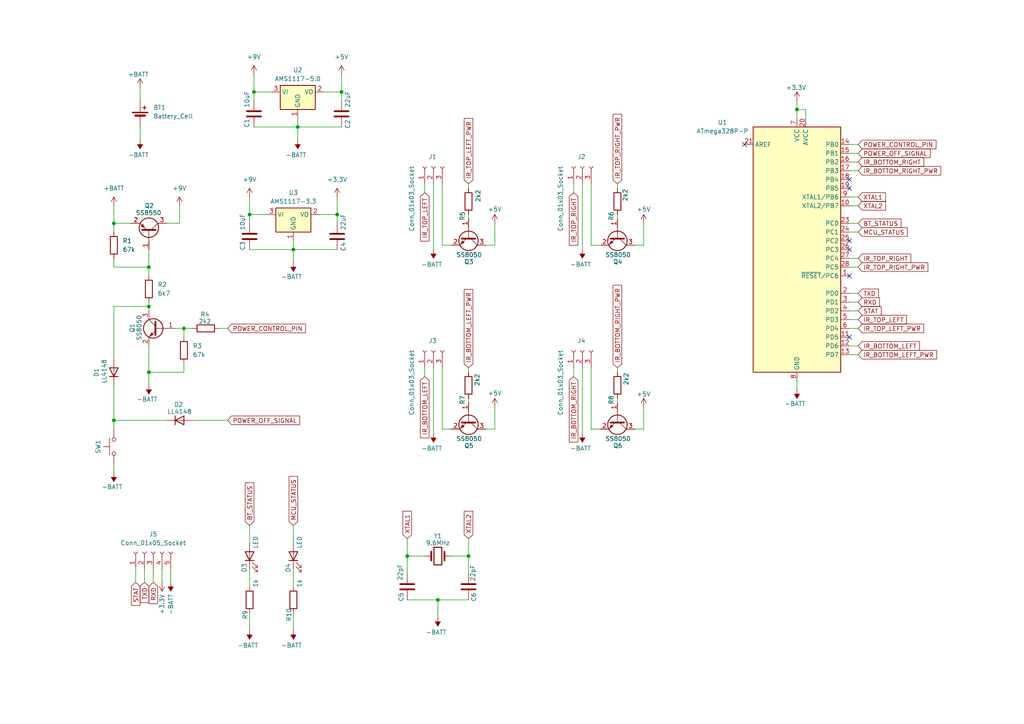
<source format=kicad_sch>
(kicad_sch (version 20250114) (generator "eeschema") (generator_version "9.0")
  (paper "A4")
  (title_block (title "Robocitic Sorter") (date "2025-07-05") (rev "1.0"))
  (lib_symbols
    (symbol "Connector:Conn_01x03_Socket" (pin_names (offset 1.016) (hide yes))
      (property "Reference" "J" (at 0 5.08 0))
      (property "Value" "Conn_01x03_Socket" (at 0 -5.08 0))
      (symbol "Conn_01x03_Socket_1_1"
        (polyline (pts (xy -1.27 2.54) (xy -0.508 2.54)) (stroke (width 0.1524)))
        (polyline (pts (xy -1.27 0) (xy -0.508 0)) (stroke (width 0.1524)))
        (polyline (pts (xy -1.27 -2.54) (xy -0.508 -2.54)) (stroke (width 0.1524)))
        (arc (start 0 2.032) (mid -0.5058 2.54) (end 0 3.048) (stroke (width 0.1524)))
        (arc (start 0 -0.508) (mid -0.5058 0) (end 0 0.508) (stroke (width 0.1524)))
        (arc (start 0 -3.048) (mid -0.5058 -2.54) (end 0 -2.032) (stroke (width 0.1524)))
        (pin passive line (at -5.08 2.54 0) (length 3.81) (name "Pin_1") (number "1"))
        (pin passive line (at -5.08 0 0) (length 3.81) (name "Pin_2") (number "2"))
        (pin passive line (at -5.08 -2.54 0) (length 3.81) (name "Pin_3") (number "3"))
      )
    )
    (symbol "Connector:Conn_01x05_Socket" (pin_names (offset 1.016) (hide yes))
      (property "Reference" "J" (at 0 7.62 0))
      (property "Value" "Conn_01x05_Socket" (at 0 -7.62 0))
      (symbol "Conn_01x05_Socket_1_1"
        (polyline (pts (xy -1.27 5.08) (xy -0.508 5.08)) (stroke (width 0.1524)))
        (polyline (pts (xy -1.27 2.54) (xy -0.508 2.54)) (stroke (width 0.1524)))
        (polyline (pts (xy -1.27 0) (xy -0.508 0)) (stroke (width 0.1524)))
        (polyline (pts (xy -1.27 -2.54) (xy -0.508 -2.54)) (stroke (width 0.1524)))
        (polyline (pts (xy -1.27 -5.08) (xy -0.508 -5.08)) (stroke (width 0.1524)))
        (arc (start 0 4.572) (mid -0.5058 5.08) (end 0 5.588) (stroke (width 0.1524)))
        (arc (start 0 2.032) (mid -0.5058 2.54) (end 0 3.048) (stroke (width 0.1524)))
        (arc (start 0 -0.508) (mid -0.5058 0) (end 0 0.508) (stroke (width 0.1524)))
        (arc (start 0 -3.048) (mid -0.5058 -2.54) (end 0 -2.032) (stroke (width 0.1524)))
        (arc (start 0 -5.588) (mid -0.5058 -5.08) (end 0 -4.572) (stroke (width 0.1524)))
        (pin passive line (at -5.08 5.08 0) (length 3.81) (name "Pin_1") (number "1"))
        (pin passive line (at -5.08 2.54 0) (length 3.81) (name "Pin_2") (number "2"))
        (pin passive line (at -5.08 0 0) (length 3.81) (name "Pin_3") (number "3"))
        (pin passive line (at -5.08 -2.54 0) (length 3.81) (name "Pin_4") (number "4"))
        (pin passive line (at -5.08 -5.08 0) (length 3.81) (name "Pin_5") (number "5"))
      )
    )
    (symbol "Device:Battery_Cell" (pin_numbers (hide yes)) (pin_names (offset 0) (hide yes))
      (property "Reference" "BT" (at 2.54 2.54 0))
      (property "Value" "Battery_Cell" (at 2.54 0 0))
      (symbol "Battery_Cell_0_1"
        (rectangle (start -2.286 1.778) (end 2.286 1.524) (fill (type outline)))
        (rectangle (start -1.524 1.016) (end 1.524 0.508) (fill (type outline)))
        (polyline (pts (xy 0 1.778) (xy 0 2.54)))
        (polyline (pts (xy 0 0.762) (xy 0 0)))
        (polyline (pts (xy 0.762 3.048) (xy 1.778 3.048)) (stroke (width 0.254)))
        (polyline (pts (xy 1.27 3.556) (xy 1.27 2.54)) (stroke (width 0.254)))
      )
      (symbol "Battery_Cell_1_1"
        (pin passive line (at 0 5.08 270) (length 2.54) (name "+") (number "1"))
        (pin passive line (at 0 -2.54 90) (length 2.54) (name "-") (number "2"))
      )
    )
    (symbol "Device:C" (pin_numbers (hide yes)) (pin_names (offset 0.254))
      (property "Reference" "C" (at 0.635 2.54 0))
      (property "Value" "C" (at 0.635 -2.54 0))
      (symbol "C_0_1"
        (polyline (pts (xy -2.032 0.762) (xy 2.032 0.762)) (stroke (width 0.508)))
        (polyline (pts (xy -2.032 -0.762) (xy 2.032 -0.762)) (stroke (width 0.508)))
      )
      (symbol "C_1_1"
        (pin passive line (at 0 3.81 270) (length 2.794) (name "~") (number "1"))
        (pin passive line (at 0 -3.81 90) (length 2.794) (name "~") (number "2"))
      )
    )
    (symbol "Device:Crystal" (pin_numbers (hide yes)) (pin_names (offset 1.016) (hide yes))
      (property "Reference" "Y" (at 0 3.81 0))
      (property "Value" "Crystal" (at 0 -3.81 0))
      (symbol "Crystal_0_1"
        (polyline (pts (xy -2.54 0) (xy -1.905 0)))
        (polyline (pts (xy -1.905 -1.27) (xy -1.905 1.27)) (stroke (width 0.508)))
        (rectangle (start -1.143 2.54) (end 1.143 -2.54) (stroke (width 0.3048)))
        (polyline (pts (xy 1.905 -1.27) (xy 1.905 1.27)) (stroke (width 0.508)))
        (polyline (pts (xy 2.54 0) (xy 1.905 0)))
      )
      (symbol "Crystal_1_1"
        (pin passive line (at -3.81 0 0) (length 1.27) (name "1") (number "1"))
        (pin passive line (at 3.81 0 180) (length 1.27) (name "2") (number "2"))
      )
    )
    (symbol "Device:LED" (pin_numbers (hide yes)) (pin_names (offset 1.016) (hide yes))
      (property "Reference" "D" (at 0 2.54 0))
      (property "Value" "LED" (at 0 -2.54 0))
      (symbol "LED_0_1"
        (polyline (pts (xy -3.048 -0.762) (xy -4.572 -2.286) (xy -3.81 -2.286) (xy -4.572 -2.286) (xy -4.572 -1.524)))
        (polyline (pts (xy -1.778 -0.762) (xy -3.302 -2.286) (xy -2.54 -2.286) (xy -3.302 -2.286) (xy -3.302 -1.524)))
        (polyline (pts (xy -1.27 0) (xy 1.27 0)))
        (polyline (pts (xy -1.27 -1.27) (xy -1.27 1.27)) (stroke (width 0.254)))
        (polyline (pts (xy 1.27 -1.27) (xy 1.27 1.27) (xy -1.27 0) (xy 1.27 -1.27)) (stroke (width 0.254)))
      )
      (symbol "LED_1_1"
        (pin passive line (at -3.81 0 0) (length 2.54) (name "K") (number "1"))
        (pin passive line (at 3.81 0 180) (length 2.54) (name "A") (number "2"))
      )
    )
    (symbol "Device:R" (pin_numbers (hide yes)) (pin_names (offset 0))
      (property "Reference" "R" (at 2.032 0 90))
      (property "Value" "R" (at 0 0 90))
      (symbol "R_0_1"
        (rectangle (start -1.016 -2.54) (end 1.016 2.54) (stroke (width 0.254)))
      )
      (symbol "R_1_1"
        (pin passive line (at 0 3.81 270) (length 1.27) (name "~") (number "1"))
        (pin passive line (at 0 -3.81 90) (length 1.27) (name "~") (number "2"))
      )
    )
    (symbol "Diode:LL4148" (pin_numbers (hide yes)) (pin_names (hide yes))
      (property "Reference" "D" (at 0 2.54 0))
      (property "Value" "LL4148" (at 0 -2.54 0))
      (symbol "LL4148_0_1"
        (polyline (pts (xy -1.27 1.27) (xy -1.27 -1.27)) (stroke (width 0.254)))
        (polyline (pts (xy 1.27 1.27) (xy 1.27 -1.27) (xy -1.27 0) (xy 1.27 1.27)) (stroke (width 0.254)))
        (polyline (pts (xy 1.27 0) (xy -1.27 0)))
      )
      (symbol "LL4148_1_1"
        (pin passive line (at -3.81 0 0) (length 2.54) (name "K") (number "1"))
        (pin passive line (at 3.81 0 180) (length 2.54) (name "A") (number "2"))
      )
    )
    (symbol "MCU_Microchip_ATmega:ATmega328P-P"
      (property "Reference" "U" (at -12.7 36.83 0))
      (property "Value" "ATmega328P-P" (at 2.54 -36.83 0))
      (symbol "ATmega328P-P_0_1"
        (rectangle (start -12.7 -35.56) (end 12.7 35.56) (stroke (width 0.254)) (fill (type background)))
      )
      (symbol "ATmega328P-P_1_1"
        (pin passive line (at -15.24 30.48 0) (length 2.54) (name "AREF") (number "21"))
        (pin power_in line (at 0 38.1 270) (length 2.54) (name "VCC") (number "7"))
        (pin passive line (at 0 -38.1 90) (length 2.54) (hide yes) (name "GND") (number "22"))
        (pin power_in line (at 0 -38.1 90) (length 2.54) (name "GND") (number "8"))
        (pin power_in line (at 2.54 38.1 270) (length 2.54) (name "AVCC") (number "20"))
        (pin bidirectional line (at 15.24 30.48 180) (length 2.54) (name "PB0") (number "14"))
        (pin bidirectional line (at 15.24 27.94 180) (length 2.54) (name "PB1") (number "15"))
        (pin bidirectional line (at 15.24 25.4 180) (length 2.54) (name "PB2") (number "16"))
        (pin bidirectional line (at 15.24 22.86 180) (length 2.54) (name "PB3") (number "17"))
        (pin bidirectional line (at 15.24 20.32 180) (length 2.54) (name "PB4") (number "18"))
        (pin bidirectional line (at 15.24 17.78 180) (length 2.54) (name "PB5") (number "19"))
        (pin bidirectional line (at 15.24 15.24 180) (length 2.54) (name "XTAL1/PB6") (number "9"))
        (pin bidirectional line (at 15.24 12.7 180) (length 2.54) (name "XTAL2/PB7") (number "10"))
        (pin bidirectional line (at 15.24 7.62 180) (length 2.54) (name "PC0") (number "23"))
        (pin bidirectional line (at 15.24 5.08 180) (length 2.54) (name "PC1") (number "24"))
        (pin bidirectional line (at 15.24 2.54 180) (length 2.54) (name "PC2") (number "25"))
        (pin bidirectional line (at 15.24 0 180) (length 2.54) (name "PC3") (number "26"))
        (pin bidirectional line (at 15.24 -2.54 180) (length 2.54) (name "PC4") (number "27"))
        (pin bidirectional line (at 15.24 -5.08 180) (length 2.54) (name "PC5") (number "28"))
        (pin bidirectional line (at 15.24 -7.62 180) (length 2.54) (name "~{RESET}/PC6") (number "1"))
        (pin bidirectional line (at 15.24 -12.7 180) (length 2.54) (name "PD0") (number "2"))
        (pin bidirectional line (at 15.24 -15.24 180) (length 2.54) (name "PD1") (number "3"))
        (pin bidirectional line (at 15.24 -17.78 180) (length 2.54) (name "PD2") (number "4"))
        (pin bidirectional line (at 15.24 -20.32 180) (length 2.54) (name "PD3") (number "5"))
        (pin bidirectional line (at 15.24 -22.86 180) (length 2.54) (name "PD4") (number "6"))
        (pin bidirectional line (at 15.24 -25.4 180) (length 2.54) (name "PD5") (number "11"))
        (pin bidirectional line (at 15.24 -27.94 180) (length 2.54) (name "PD6") (number "12"))
        (pin bidirectional line (at 15.24 -30.48 180) (length 2.54) (name "PD7") (number "13"))
      )
    )
    (symbol "Regulator_Linear:AMS1117-3.3"
      (property "Reference" "U" (at -3.81 3.175 0))
      (property "Value" "AMS1117-3.3" (at 0 3.175 0))
      (symbol "AMS1117-3.3_0_1"
        (rectangle (start -5.08 -5.08) (end 5.08 1.905) (stroke (width 0.254)) (fill (type background)))
      )
      (symbol "AMS1117-3.3_1_1"
        (pin power_in line (at -7.62 0 0) (length 2.54) (name "VI") (number "3"))
        (pin power_in line (at 0 -7.62 90) (length 2.54) (name "GND") (number "1"))
        (pin power_out line (at 7.62 0 180) (length 2.54) (name "VO") (number "2"))
      )
    )
    (symbol "Regulator_Linear:AMS1117-5.0"
      (property "Reference" "U" (at -3.81 3.175 0))
      (property "Value" "AMS1117-5.0" (at 0 3.175 0))
      (symbol "AMS1117-5.0_0_1"
        (rectangle (start -5.08 -5.08) (end 5.08 1.905) (stroke (width 0.254)) (fill (type background)))
      )
      (symbol "AMS1117-5.0_1_1"
        (pin power_in line (at -7.62 0 0) (length 2.54) (name "VI") (number "3"))
        (pin power_in line (at 0 -7.62 90) (length 2.54) (name "GND") (number "1"))
        (pin power_out line (at 7.62 0 180) (length 2.54) (name "VO") (number "2"))
      )
    )
    (symbol "Switch:SW_Push" (pin_numbers (hide yes)) (pin_names (offset 1.016) (hide yes))
      (property "Reference" "SW" (at 1.27 2.54 0))
      (property "Value" "SW_Push" (at 0 -1.524 0))
      (symbol "SW_Push_0_1"
        (circle (center -2.032 0) (radius 0.508))
        (polyline (pts (xy 0 1.27) (xy 0 3.048)))
        (circle (center 2.032 0) (radius 0.508))
        (polyline (pts (xy 2.54 1.27) (xy -2.54 1.27)))
        (pin passive line (at -5.08 0 0) (length 2.54) (name "1") (number "1"))
        (pin passive line (at 5.08 0 180) (length 2.54) (name "2") (number "2"))
      )
    )
    (symbol "Transistor_BJT:SS8050" (pin_names (offset 0) (hide yes))
      (property "Reference" "Q" (at 5.08 1.905 0))
      (property "Value" "SS8050" (at 5.08 0 0))
      (symbol "SS8050_0_1"
        (polyline (pts (xy -2.54 0) (xy 0.635 0)))
        (polyline (pts (xy 0.635 1.905) (xy 0.635 -1.905)) (stroke (width 0.508)))
        (circle (center 1.27 0) (radius 2.8194) (stroke (width 0.254)))
      )
      (symbol "SS8050_1_1"
        (polyline (pts (xy 0.635 0.635) (xy 2.54 2.54)))
        (polyline (pts (xy 0.635 -0.635) (xy 2.54 -2.54)))
        (polyline (pts (xy 1.27 -1.778) (xy 1.778 -1.27) (xy 2.286 -2.286) (xy 1.27 -1.778)) (fill (type outline)))
        (pin input line (at -5.08 0 0) (length 2.54) (name "B") (number "1"))
        (pin passive line (at 2.54 5.08 270) (length 2.54) (name "C") (number "3"))
        (pin passive line (at 2.54 -5.08 90) (length 2.54) (name "E") (number "2"))
      )
    )
    (symbol "Transistor_BJT:SS8550" (pin_names (offset 0) (hide yes))
      (property "Reference" "Q" (at 5.08 1.905 0))
      (property "Value" "SS8550" (at 5.08 0 0))
      (symbol "SS8550_0_1"
        (polyline (pts (xy -2.54 0) (xy 0.635 0)))
        (polyline (pts (xy 0.635 1.905) (xy 0.635 -1.905)) (stroke (width 0.508)))
        (polyline (pts (xy 0.635 0.635) (xy 2.54 2.54)))
        (polyline (pts (xy 0.635 -0.635) (xy 2.54 -2.54)))
        (circle (center 1.27 0) (radius 2.8194) (stroke (width 0.254)))
        (polyline (pts (xy 2.286 -1.778) (xy 1.778 -2.286) (xy 1.27 -1.27) (xy 2.286 -1.778)) (fill (type outline)))
      )
      (symbol "SS8550_1_1"
        (pin input line (at -5.08 0 0) (length 2.54) (name "B") (number "1"))
        (pin passive line (at 2.54 5.08 270) (length 2.54) (name "C") (number "3"))
        (pin passive line (at 2.54 -5.08 90) (length 2.54) (name "E") (number "2"))
      )
    )
    (symbol "power:+3.3V" (power) (pin_numbers (hide yes)) (pin_names (offset 0) (hide yes))
      (property "Value" "+3.3V" (at 0 3.556 0))
      (symbol "+3.3V_0_1"
        (polyline (pts (xy -0.762 1.27) (xy 0 2.54)))
        (polyline (pts (xy 0 2.54) (xy 0.762 1.27)))
        (polyline (pts (xy 0 0) (xy 0 2.54)))
      )
      (symbol "+3.3V_1_1"
        (pin power_in line (at 0 0 90) (length 0) (name "~") (number "1"))
      )
    )
    (symbol "power:+5V" (power) (pin_numbers (hide yes)) (pin_names (offset 0) (hide yes))
      (property "Value" "+5V" (at 0 3.556 0))
      (symbol "+5V_0_1"
        (polyline (pts (xy -0.762 1.27) (xy 0 2.54)))
        (polyline (pts (xy 0 2.54) (xy 0.762 1.27)))
        (polyline (pts (xy 0 0) (xy 0 2.54)))
      )
      (symbol "+5V_1_1"
        (pin power_in line (at 0 0 90) (length 0) (name "~") (number "1"))
      )
    )
    (symbol "power:+9V" (power) (pin_numbers (hide yes)) (pin_names (offset 0) (hide yes))
      (property "Value" "+9V" (at 0 3.556 0))
      (symbol "+9V_0_1"
        (polyline (pts (xy -0.762 1.27) (xy 0 2.54)))
        (polyline (pts (xy 0 2.54) (xy 0.762 1.27)))
        (polyline (pts (xy 0 0) (xy 0 2.54)))
      )
      (symbol "+9V_1_1"
        (pin power_in line (at 0 0 90) (length 0) (name "~") (number "1"))
      )
    )
    (symbol "power:+BATT" (power) (pin_numbers (hide yes)) (pin_names (offset 0) (hide yes))
      (property "Value" "+BATT" (at 0 3.556 0))
      (symbol "+BATT_0_1"
        (polyline (pts (xy -0.762 1.27) (xy 0 2.54)))
        (polyline (pts (xy 0 2.54) (xy 0.762 1.27)))
        (polyline (pts (xy 0 0) (xy 0 2.54)))
      )
      (symbol "+BATT_1_1"
        (pin power_in line (at 0 0 90) (length 0) (name "~") (number "1"))
      )
    )
    (symbol "power:-BATT" (power) (pin_numbers (hide yes)) (pin_names (offset 0) (hide yes))
      (property "Value" "-BATT" (at 0 3.556 0))
      (symbol "-BATT_0_1"
        (polyline (pts (xy 0 0) (xy 0 2.54)))
        (polyline (pts (xy 0.762 1.27) (xy -0.762 1.27) (xy 0 2.54) (xy 0.762 1.27)) (fill (type outline)))
      )
      (symbol "-BATT_1_1"
        (pin power_in line (at 0 0 90) (length 0) (name "~") (number "1"))
      )
    )
  )
  (junction (at 43.18 88.9))
  (junction (at 72.39 62.23))
  (junction (at 135.89 161.29))
  (junction (at 43.18 77.47))
  (junction (at 33.02 121.92))
  (junction (at 53.34 95.25))
  (junction (at 99.06 26.67))
  (junction (at 118.11 161.29))
  (junction (at 127 173.99))
  (junction (at 86.36 36.83))
  (junction (at 33.02 64.77))
  (junction (at 97.79 62.23))
  (junction (at 43.18 107.95))
  (junction (at 85.09 72.39))
  (junction (at 73.66 26.67))
  (junction (at 231.14 31.75))
  (no_connect (at 246.38 54.61))
  (no_connect (at 215.9 41.91))
  (no_connect (at 246.38 80.01))
  (no_connect (at 246.38 52.07))
  (no_connect (at 246.38 72.39))
  (no_connect (at 246.38 69.85))
  (no_connect (at 246.38 97.79))
  (wire (pts (xy 85.09 165.1) (xy 85.09 170.18)))
  (wire (pts (xy 246.38 57.15) (xy 248.92 57.15)))
  (wire (pts (xy 72.39 152.4) (xy 72.39 157.48)))
  (wire (pts (xy 53.34 95.25) (xy 50.8 95.25)))
  (wire (pts (xy 135.89 106.68) (xy 135.89 107.95)))
  (wire (pts (xy 118.11 161.29) (xy 118.11 156.21)))
  (wire (pts (xy 43.18 107.95) (xy 53.34 107.95)))
  (wire (pts (xy 86.36 36.83) (xy 86.36 40.64)))
  (wire (pts (xy 73.66 26.67) (xy 73.66 29.21)))
  (wire (pts (xy 125.73 53.34) (xy 125.73 72.39)))
  (wire (pts (xy 33.02 88.9) (xy 43.18 88.9)))
  (wire (pts (xy 48.26 64.77) (xy 52.07 64.77)))
  (wire (pts (xy 43.18 107.95) (xy 43.18 111.76)))
  (wire (pts (xy 43.18 77.47) (xy 43.18 72.39)))
  (wire (pts (xy 246.38 64.77) (xy 248.92 64.77)))
  (wire (pts (xy 33.02 104.14) (xy 33.02 88.9)))
  (wire (pts (xy 135.89 115.57) (xy 135.89 116.84)))
  (wire (pts (xy 143.51 118.11) (xy 143.51 124.46)))
  (wire (pts (xy 143.51 64.77) (xy 143.51 71.12)))
  (wire (pts (xy 73.66 36.83) (xy 86.36 36.83)))
  (wire (pts (xy 85.09 72.39) (xy 85.09 76.2)))
  (wire (pts (xy 33.02 121.92) (xy 33.02 124.46)))
  (wire (pts (xy 173.99 71.12) (xy 171.45 71.12)))
  (wire (pts (xy 231.14 31.75) (xy 231.14 34.29)))
  (wire (pts (xy 33.02 77.47) (xy 43.18 77.47)))
  (wire (pts (xy 99.06 26.67) (xy 99.06 21.59)))
  (wire (pts (xy 130.81 124.46) (xy 128.27 124.46)))
  (wire (pts (xy 186.69 71.12) (xy 184.15 71.12)))
  (wire (pts (xy 143.51 71.12) (xy 140.97 71.12)))
  (wire (pts (xy 179.07 106.68) (xy 179.07 107.95)))
  (wire (pts (xy 246.38 100.33) (xy 248.92 100.33)))
  (wire (pts (xy 93.98 26.67) (xy 99.06 26.67)))
  (wire (pts (xy 171.45 71.12) (xy 171.45 53.34)))
  (wire (pts (xy 86.36 36.83) (xy 99.06 36.83)))
  (wire (pts (xy 72.39 177.8) (xy 72.39 182.88)))
  (wire (pts (xy 73.66 26.67) (xy 78.74 26.67)))
  (wire (pts (xy 171.45 124.46) (xy 171.45 106.68)))
  (wire (pts (xy 179.07 115.57) (xy 179.07 116.84)))
  (wire (pts (xy 179.07 62.23) (xy 179.07 63.5)))
  (wire (pts (xy 233.68 31.75) (xy 231.14 31.75)))
  (wire (pts (xy 85.09 177.8) (xy 85.09 182.88)))
  (wire (pts (xy 186.69 118.11) (xy 186.69 124.46)))
  (wire (pts (xy 246.38 90.17) (xy 248.92 90.17)))
  (wire (pts (xy 40.64 36.83) (xy 40.64 40.64)))
  (wire (pts (xy 128.27 124.46) (xy 128.27 106.68)))
  (wire (pts (xy 33.02 134.62) (xy 33.02 137.16)))
  (wire (pts (xy 39.37 165.1) (xy 39.37 168.91)))
  (wire (pts (xy 53.34 97.79) (xy 53.34 95.25)))
  (wire (pts (xy 166.37 106.68) (xy 166.37 109.22)))
  (wire (pts (xy 233.68 34.29) (xy 233.68 31.75)))
  (wire (pts (xy 53.34 95.25) (xy 55.88 95.25)))
  (wire (pts (xy 52.07 64.77) (xy 52.07 59.69)))
  (wire (pts (xy 85.09 152.4) (xy 85.09 157.48)))
  (wire (pts (xy 123.19 53.34) (xy 123.19 55.88)))
  (wire (pts (xy 43.18 88.9) (xy 43.18 90.17)))
  (wire (pts (xy 246.38 67.31) (xy 248.92 67.31)))
  (wire (pts (xy 166.37 53.34) (xy 166.37 55.88)))
  (wire (pts (xy 135.89 161.29) (xy 135.89 156.21)))
  (wire (pts (xy 72.39 62.23) (xy 77.47 62.23)))
  (wire (pts (xy 246.38 46.99) (xy 248.92 46.99)))
  (wire (pts (xy 123.19 161.29) (xy 118.11 161.29)))
  (wire (pts (xy 38.1 64.77) (xy 33.02 64.77)))
  (wire (pts (xy 135.89 62.23) (xy 135.89 63.5)))
  (wire (pts (xy 41.91 165.1) (xy 41.91 168.91)))
  (wire (pts (xy 33.02 64.77) (xy 33.02 67.31)))
  (wire (pts (xy 97.79 62.23) (xy 97.79 57.15)))
  (wire (pts (xy 125.73 106.68) (xy 125.73 125.73)))
  (wire (pts (xy 246.38 44.45) (xy 248.92 44.45)))
  (wire (pts (xy 43.18 87.63) (xy 43.18 88.9)))
  (wire (pts (xy 97.79 62.23) (xy 97.79 64.77)))
  (wire (pts (xy 130.81 71.12) (xy 128.27 71.12)))
  (wire (pts (xy 246.38 49.53) (xy 248.92 49.53)))
  (wire (pts (xy 33.02 74.93) (xy 33.02 77.47)))
  (wire (pts (xy 40.64 25.4) (xy 40.64 29.21)))
  (wire (pts (xy 135.89 161.29) (xy 135.89 166.37)))
  (wire (pts (xy 44.45 165.1) (xy 44.45 168.91)))
  (wire (pts (xy 85.09 72.39) (xy 97.79 72.39)))
  (wire (pts (xy 99.06 26.67) (xy 99.06 29.21)))
  (wire (pts (xy 118.11 161.29) (xy 118.11 166.37)))
  (wire (pts (xy 33.02 121.92) (xy 48.26 121.92)))
  (wire (pts (xy 130.81 161.29) (xy 135.89 161.29)))
  (wire (pts (xy 246.38 95.25) (xy 248.92 95.25)))
  (wire (pts (xy 246.38 77.47) (xy 248.92 77.47)))
  (wire (pts (xy 246.38 87.63) (xy 248.92 87.63)))
  (wire (pts (xy 186.69 64.77) (xy 186.69 71.12)))
  (wire (pts (xy 49.53 165.1) (xy 49.53 168.91)))
  (wire (pts (xy 246.38 102.87) (xy 248.92 102.87)))
  (wire (pts (xy 168.91 106.68) (xy 168.91 125.73)))
  (wire (pts (xy 92.71 62.23) (xy 97.79 62.23)))
  (wire (pts (xy 73.66 21.59) (xy 73.66 26.67)))
  (wire (pts (xy 123.19 106.68) (xy 123.19 109.22)))
  (wire (pts (xy 246.38 85.09) (xy 248.92 85.09)))
  (wire (pts (xy 246.38 92.71) (xy 248.92 92.71)))
  (wire (pts (xy 33.02 111.76) (xy 33.02 121.92)))
  (wire (pts (xy 143.51 124.46) (xy 140.97 124.46)))
  (wire (pts (xy 246.38 74.93) (xy 248.92 74.93)))
  (wire (pts (xy 72.39 72.39) (xy 85.09 72.39)))
  (wire (pts (xy 186.69 124.46) (xy 184.15 124.46)))
  (wire (pts (xy 72.39 62.23) (xy 72.39 64.77)))
  (wire (pts (xy 72.39 165.1) (xy 72.39 170.18)))
  (wire (pts (xy 135.89 53.34) (xy 135.89 54.61)))
  (wire (pts (xy 43.18 100.33) (xy 43.18 107.95)))
  (wire (pts (xy 33.02 59.69) (xy 33.02 64.77)))
  (wire (pts (xy 179.07 53.34) (xy 179.07 54.61)))
  (wire (pts (xy 86.36 34.29) (xy 86.36 36.83)))
  (wire (pts (xy 127 173.99) (xy 135.89 173.99)))
  (wire (pts (xy 231.14 110.49) (xy 231.14 113.03)))
  (wire (pts (xy 85.09 69.85) (xy 85.09 72.39)))
  (wire (pts (xy 55.88 121.92) (xy 66.04 121.92)))
  (wire (pts (xy 246.38 41.91) (xy 248.92 41.91)))
  (wire (pts (xy 72.39 57.15) (xy 72.39 62.23)))
  (wire (pts (xy 43.18 77.47) (xy 43.18 80.01)))
  (wire (pts (xy 53.34 105.41) (xy 53.34 107.95)))
  (wire (pts (xy 231.14 29.21) (xy 231.14 31.75)))
  (wire (pts (xy 173.99 124.46) (xy 171.45 124.46)))
  (wire (pts (xy 168.91 53.34) (xy 168.91 72.39)))
  (wire (pts (xy 128.27 71.12) (xy 128.27 53.34)))
  (wire (pts (xy 46.99 165.1) (xy 46.99 168.91)))
  (wire (pts (xy 63.5 95.25) (xy 66.04 95.25)))
  (wire (pts (xy 118.11 173.99) (xy 127 173.99)))
  (wire (pts (xy 246.38 59.69) (xy 248.92 59.69)))
  (wire (pts (xy 127 173.99) (xy 127 179.07)))
  (global_label "IR_TOP_RIGHT" (shape input) (at 166.37 55.88 270) (property "Intersheetrefs" "${INTERSHEET_REFS}" (effects (hide yes))))
  (global_label "IR_BOTTOM_LEFT_PWR" (shape input) (at 248.92 102.87 0) (property "Intersheetrefs" "${INTERSHEET_REFS}" (effects (hide yes))))
  (global_label "POWER_CONTROL_PIN" (shape input) (at 248.92 41.91 0) (property "Intersheetrefs" "${INTERSHEET_REFS}" (effects (hide yes))))
  (global_label "IR_TOP_RIGHT" (shape input) (at 248.92 74.93 0) (property "Intersheetrefs" "${INTERSHEET_REFS}" (effects (hide yes))))
  (global_label "IR_BOTTOM_LEFT_PWR" (shape input) (at 135.89 106.68 90) (property "Intersheetrefs" "${INTERSHEET_REFS}" (effects (hide yes))))
  (global_label "IR_TOP_LEFT" (shape input) (at 123.19 55.88 270) (property "Intersheetrefs" "${INTERSHEET_REFS}" (effects (hide yes))))
  (global_label "XTAL2" (shape input) (at 248.92 59.69 0) (property "Intersheetrefs" "${INTERSHEET_REFS}" (effects (hide yes))))
  (global_label "TXD" (shape input) (at 248.92 85.09 0) (property "Intersheetrefs" "${INTERSHEET_REFS}" (effects (hide yes))))
  (global_label "XTAL1" (shape input) (at 118.11 156.21 90) (property "Intersheetrefs" "${INTERSHEET_REFS}" (effects (hide yes))))
  (global_label "RXD" (shape input) (at 248.92 87.63 0) (property "Intersheetrefs" "${INTERSHEET_REFS}" (effects (hide yes))))
  (global_label "STAT" (shape input) (at 248.92 90.17 0) (property "Intersheetrefs" "${INTERSHEET_REFS}" (effects (hide yes))))
  (global_label "XTAL2" (shape input) (at 135.89 156.21 90) (property "Intersheetrefs" "${INTERSHEET_REFS}" (effects (hide yes))))
  (global_label "BT_STATUS" (shape input) (at 72.39 152.4 90) (property "Intersheetrefs" "${INTERSHEET_REFS}" (effects (hide yes))))
  (global_label "POWER_OFF_SIGNAL" (shape input) (at 248.92 44.45 0) (property "Intersheetrefs" "${INTERSHEET_REFS}" (effects (hide yes))))
  (global_label "IR_BOTTOM_LEFT" (shape input) (at 123.19 109.22 270) (property "Intersheetrefs" "${INTERSHEET_REFS}" (effects (hide yes))))
  (global_label "IR_BOTTOM_RIGHT_PWR" (shape input) (at 248.92 49.53 0) (property "Intersheetrefs" "${INTERSHEET_REFS}" (effects (hide yes))))
  (global_label "MCU_STATUS" (shape input) (at 85.09 152.4 90) (property "Intersheetrefs" "${INTERSHEET_REFS}" (effects (hide yes))))
  (global_label "POWER_OFF_SIGNAL" (shape input) (at 66.04 121.92 0) (property "Intersheetrefs" "${INTERSHEET_REFS}" (effects (hide yes))))
  (global_label "IR_TOP_LEFT" (shape input) (at 248.92 92.71 0) (property "Intersheetrefs" "${INTERSHEET_REFS}" (effects (hide yes))))
  (global_label "IR_BOTTOM_RIGHT" (shape input) (at 248.92 46.99 0) (property "Intersheetrefs" "${INTERSHEET_REFS}" (effects (hide yes))))
  (global_label "POWER_CONTROL_PIN" (shape input) (at 66.04 95.25 0) (property "Intersheetrefs" "${INTERSHEET_REFS}" (effects (hide yes))))
  (global_label "TXD" (shape input) (at 41.91 168.91 270) (property "Intersheetrefs" "${INTERSHEET_REFS}" (effects (hide yes))))
  (global_label "IR_TOP_RIGHT_PWR" (shape input) (at 248.92 77.47 0) (property "Intersheetrefs" "${INTERSHEET_REFS}" (effects (hide yes))))
  (global_label "BT_STATUS" (shape input) (at 248.92 64.77 0) (property "Intersheetrefs" "${INTERSHEET_REFS}" (effects (hide yes))))
  (global_label "RXD" (shape input) (at 44.45 168.91 270) (property "Intersheetrefs" "${INTERSHEET_REFS}" (effects (hide yes))))
  (global_label "IR_BOTTOM_LEFT" (shape input) (at 248.92 100.33 0) (property "Intersheetrefs" "${INTERSHEET_REFS}" (effects (hide yes))))
  (global_label "IR_BOTTOM_RIGHT_PWR" (shape input) (at 179.07 106.68 90) (property "Intersheetrefs" "${INTERSHEET_REFS}" (effects (hide yes))))
  (global_label "IR_BOTTOM_RIGHT" (shape input) (at 166.37 109.22 270) (property "Intersheetrefs" "${INTERSHEET_REFS}" (effects (hide yes))))
  (global_label "IR_TOP_LEFT_PWR" (shape input) (at 248.92 95.25 0) (property "Intersheetrefs" "${INTERSHEET_REFS}" (effects (hide yes))))
  (global_label "XTAL1" (shape input) (at 248.92 57.15 0) (property "Intersheetrefs" "${INTERSHEET_REFS}" (effects (hide yes))))
  (global_label "IR_TOP_RIGHT_PWR" (shape input) (at 179.07 53.34 90) (property "Intersheetrefs" "${INTERSHEET_REFS}" (effects (hide yes))))
  (global_label "STAT" (shape input) (at 39.37 168.91 270) (property "Intersheetrefs" "${INTERSHEET_REFS}" (effects (hide yes))))
  (global_label "MCU_STATUS" (shape input) (at 248.92 67.31 0) (property "Intersheetrefs" "${INTERSHEET_REFS}" (effects (hide yes))))
  (global_label "IR_TOP_LEFT_PWR" (shape input) (at 135.89 53.34 90) (property "Intersheetrefs" "${INTERSHEET_REFS}" (effects (hide yes))))
  (symbol (lib_id "power:+9V") (at 73.66 21.59 0) (unit 1)
    (property "Reference" "#PWR05" (effects (hide yes)))
    (property "Value" "+9V" (at 73.66 16.51 0))
    (property "Description" "Power symbol creates a global label with name \"+9V\"" (effects (hide yes)))
  )
  (symbol (lib_id "power:+9V") (at 72.39 57.15 0) (unit 1)
    (property "Reference" "#PWR06" (effects (hide yes)))
    (property "Value" "+9V" (at 72.39 52.07 0))
    (property "Description" "Power symbol creates a global label with name \"+9V\"" (effects (hide yes)))
  )
  (symbol (lib_id "Connector:Conn_01x03_Socket") (at 168.91 101.6 90) (unit 1)
    (property "Reference" "J4" (at 168.656 98.806 90))
    (property "Value" "Conn_01x03_Socket" (at 162.56 110.998 0))
    (property "Footprint" "Connector_PinSocket_2.54mm:PinSocket_1x03_P2.54mm_Vertical" (effects (hide yes)))
    (property "Description" "Generic connector, single row, 01x03, script generated" (effects (hide yes)))
  )
  (symbol (lib_id "power:+5V") (at 143.51 64.77 0) (unit 1)
    (property "Reference" "#PWR017" (effects (hide yes)))
    (property "Value" "+5V" (at 143.51 60.706 0))
    (property "Description" "Power symbol creates a global label with name \"+5V\"" (effects (hide yes)))
  )
  (symbol (lib_id "Transistor_BJT:SS8050") (at 135.89 68.58 270) (unit 1)
    (property "Reference" "Q3" (at 134.62 75.946 90) (effects (justify left)))
    (property "Value" "SS8050" (at 132.334 73.914 90) (effects (justify left)))
    (property "Footprint" "Package_TO_SOT_SMD:SOT-23_Handsoldering" (effects (hide yes)))
    (property "Datasheet" "http://www.secosgmbh.com/datasheet/products/SSMPTransistor/SOT-23/SS8050.pdf" (effects (hide yes)))
    (property "Description" "General Purpose NPN Transistor, 1.5A Ic, 25V Vce, SOT-23" (effects (hide yes)))
  )
  (symbol (lib_id "Device:C") (at 135.89 170.18 0) (unit 1)
    (property "Reference" "C6" (at 137.414 174.498 90) (effects (justify left)))
    (property "Value" "22pF" (at 137.16 168.656 90) (effects (justify left)))
    (property "Footprint" "Capacitor_SMD:C_0805_2012Metric_Pad1.18x1.45mm_HandSolder" (effects (hide yes)))
    (property "Description" "Unpolarized capacitor" (effects (hide yes)))
  )
  (symbol (lib_id "Diode:LL4148") (at 52.07 121.92 0) (unit 1)
    (property "Reference" "D2" (at 51.816 117.348 0))
    (property "Value" "LL4148" (at 52.07 119.38 0))
    (property "Footprint" "Diode_SMD:D_MiniMELF_Handsoldering" (effects (hide yes)))
    (property "Datasheet" "http://www.vishay.com/docs/85557/ll4148.pdf" (effects (hide yes)))
    (property "Description" "100V 0.15A standard switching diode, MiniMELF" (effects (hide yes)))
    (property "Sim.Device" "D" (effects (hide yes)))
    (property "Sim.Pins" "1=K 2=A" (effects (hide yes)))
  )
  (symbol (lib_id "Transistor_BJT:SS8050") (at 45.72 95.25 0) (mirror y) (unit 1)
    (property "Reference" "Q1" (at 38.354 96.52 90) (effects (justify left)))
    (property "Value" "SS8050" (at 40.386 98.806 90) (effects (justify left)))
    (property "Footprint" "Package_TO_SOT_SMD:SOT-23_Handsoldering" (effects (hide yes)))
    (property "Datasheet" "http://www.secosgmbh.com/datasheet/products/SSMPTransistor/SOT-23/SS8050.pdf" (effects (hide yes)))
    (property "Description" "General Purpose NPN Transistor, 1.5A Ic, 25V Vce, SOT-23" (effects (hide yes)))
  )
  (symbol (lib_id "power:-BATT") (at 168.91 72.39 180) (unit 1)
    (property "Reference" "#PWR018" (effects (hide yes)))
    (property "Value" "-BATT" (at 168.402 76.708 0))
    (property "Description" "Power symbol creates a global label with name \"-BATT\"" (effects (hide yes)))
  )
  (symbol (lib_id "Connector:Conn_01x03_Socket") (at 125.73 48.26 90) (unit 1)
    (property "Reference" "J1" (at 125.476 45.466 90))
    (property "Value" "Conn_01x03_Socket" (at 119.38 57.658 0))
    (property "Footprint" "Connector_PinSocket_2.54mm:PinSocket_1x03_P2.54mm_Vertical" (effects (hide yes)))
    (property "Description" "Generic connector, single row, 01x03, script generated" (effects (hide yes)))
  )
  (symbol (lib_id "power:-BATT") (at 43.18 111.76 180) (unit 1)
    (property "Reference" "#PWR010" (effects (hide yes)))
    (property "Value" "-BATT" (at 42.672 115.824 0))
    (property "Description" "Power symbol creates a global label with name \"-BATT\"" (effects (hide yes)))
  )
  (symbol (lib_id "Connector:Conn_01x03_Socket") (at 168.91 48.26 90) (unit 1)
    (property "Reference" "J2" (at 168.656 45.466 90))
    (property "Value" "Conn_01x03_Socket" (at 162.56 57.658 0))
    (property "Footprint" "Connector_PinSocket_2.54mm:PinSocket_1x03_P2.54mm_Vertical" (effects (hide yes)))
    (property "Description" "Generic connector, single row, 01x03, script generated" (effects (hide yes)))
  )
  (symbol (lib_id "power:-BATT") (at 33.02 137.16 180) (unit 1)
    (property "Reference" "#PWR011" (effects (hide yes)))
    (property "Value" "-BATT" (at 32.512 141.224 0))
    (property "Description" "Power symbol creates a global label with name \"-BATT\"" (effects (hide yes)))
  )
  (symbol (lib_id "power:+5V") (at 186.69 64.77 0) (unit 1)
    (property "Reference" "#PWR019" (effects (hide yes)))
    (property "Value" "+5V" (at 186.69 60.706 0))
    (property "Description" "Power symbol creates a global label with name \"+5V\"" (effects (hide yes)))
  )
  (symbol (lib_id "Device:R") (at 179.07 111.76 0) (unit 1)
    (property "Reference" "R8" (at 177.292 117.348 90) (effects (justify left)))
    (property "Value" "2k2" (at 181.61 111.76 90) (effects (justify left)))
    (property "Footprint" "Resistor_SMD:R_0805_2012Metric_Pad1.20x1.40mm_HandSolder" (effects (hide yes)))
    (property "Description" "Resistor" (effects (hide yes)))
  )
  (symbol (lib_id "power:+5V") (at 186.69 118.11 0) (unit 1)
    (property "Reference" "#PWR023" (effects (hide yes)))
    (property "Value" "+5V" (at 186.69 114.3 0))
    (property "Description" "Power symbol creates a global label with name \"+5V\"" (effects (hide yes)))
  )
  (symbol (lib_id "Device:R") (at 179.07 58.42 0) (unit 1)
    (property "Reference" "R6" (at 177.292 64.008 90) (effects (justify left)))
    (property "Value" "2k2" (at 181.356 58.42 90) (effects (justify left)))
    (property "Footprint" "Resistor_SMD:R_0805_2012Metric_Pad1.20x1.40mm_HandSolder" (effects (hide yes)))
    (property "Description" "Resistor" (effects (hide yes)))
  )
  (symbol (lib_id "Regulator_Linear:AMS1117-5.0") (at 86.36 26.67 0) (unit 1)
    (property "Reference" "U2" (at 86.36 20.32 0))
    (property "Value" "AMS1117-5.0" (at 86.36 22.86 0))
    (property "Footprint" "Package_TO_SOT_SMD:SOT-223-3_TabPin2" (effects (hide yes)))
    (property "Datasheet" "http://www.advanced-monolithic.com/pdf/ds1117.pdf" (effects (hide yes)))
    (property "Description" "1A Low Dropout regulator, positive, 5.0V fixed output, SOT-223" (effects (hide yes)))
  )
  (symbol (lib_id "Device:R") (at 33.02 71.12 0) (unit 1)
    (property "Reference" "R1" (at 35.56 69.8499 0) (effects (justify left)))
    (property "Value" "67k" (at 35.56 72.3899 0) (effects (justify left)))
    (property "Footprint" "Resistor_SMD:R_0805_2012Metric_Pad1.20x1.40mm_HandSolder" (effects (hide yes)))
    (property "Description" "Resistor" (effects (hide yes)))
  )
  (symbol (lib_id "power:-BATT") (at 49.53 168.91 180) (unit 1)
    (property "Reference" "#PWR024" (effects (hide yes)))
    (property "Value" "-BATT" (at 49.53 175.26 90))
    (property "Description" "Power symbol creates a global label with name \"-BATT\"" (effects (hide yes)))
  )
  (symbol (lib_id "Device:C") (at 118.11 170.18 0) (unit 1)
    (property "Reference" "C5" (at 116.332 174.498 90) (effects (justify left)))
    (property "Value" "22pF" (at 116.078 168.402 90) (effects (justify left)))
    (property "Footprint" "Capacitor_SMD:C_0805_2012Metric_Pad1.18x1.45mm_HandSolder" (effects (hide yes)))
    (property "Description" "Unpolarized capacitor" (effects (hide yes)))
  )
  (symbol (lib_id "Transistor_BJT:SS8550") (at 43.18 67.31 270) (mirror x) (unit 1)
    (property "Reference" "Q2" (at 41.91 59.69 90) (effects (justify left)))
    (property "Value" "SS8550" (at 39.37 61.722 90) (effects (justify left)))
    (property "Footprint" "Package_TO_SOT_SMD:SOT-23_Handsoldering" (effects (hide yes)))
    (property "Datasheet" "http://www.secosgmbh.com/datasheet/products/SSMPTransistor/SOT-23/SS8550.pdf" (effects (hide yes)))
    (property "Description" "General Purpose PNP Transistor, 1.5A Ic, 25V Vce, SOT-23" (effects (hide yes)))
  )
  (symbol (lib_id "power:-BATT") (at 125.73 72.39 180) (unit 1)
    (property "Reference" "#PWR016" (effects (hide yes)))
    (property "Value" "-BATT" (at 125.222 76.708 0))
    (property "Description" "Power symbol creates a global label with name \"-BATT\"" (effects (hide yes)))
  )
  (symbol (lib_id "Device:LED") (at 72.39 161.29 90) (unit 1)
    (property "Reference" "D3" (at 70.866 163.322 0) (effects (justify right)))
    (property "Value" "LED" (at 74.168 155.448 0) (effects (justify right)))
    (property "Footprint" "LED_SMD:LED_0805_2012Metric_Pad1.15x1.40mm_HandSolder" (effects (hide yes)))
    (property "Description" "Light emitting diode" (effects (hide yes)))
    (property "Sim.Pins" "1=K 2=A" (effects (hide yes)))
  )
  (symbol (lib_id "Device:C") (at 97.79 68.58 0) (unit 1)
    (property "Reference" "C4" (at 99.568 72.898 90) (effects (justify left)))
    (property "Value" "22uF" (at 99.568 66.802 90) (effects (justify left)))
    (property "Footprint" "Capacitor_SMD:C_0805_2012Metric_Pad1.18x1.45mm_HandSolder" (effects (hide yes)))
    (property "Description" "Unpolarized capacitor" (effects (hide yes)))
  )
  (symbol (lib_id "Device:R") (at 135.89 58.42 0) (unit 1)
    (property "Reference" "R5" (at 134.112 64.008 90) (effects (justify left)))
    (property "Value" "2k2" (at 138.684 58.674 90) (effects (justify left)))
    (property "Footprint" "Resistor_SMD:R_0805_2012Metric_Pad1.20x1.40mm_HandSolder" (effects (hide yes)))
    (property "Description" "Resistor" (effects (hide yes)))
  )
  (symbol (lib_id "Device:R") (at 135.89 111.76 0) (unit 1)
    (property "Reference" "R7" (at 134.112 117.348 90) (effects (justify left)))
    (property "Value" "2k2" (at 138.43 112.014 90) (effects (justify left)))
    (property "Footprint" "Resistor_SMD:R_0805_2012Metric_Pad1.20x1.40mm_HandSolder" (effects (hide yes)))
    (property "Description" "Resistor" (effects (hide yes)))
  )
  (symbol (lib_id "Device:C") (at 99.06 33.02 0) (unit 1)
    (property "Reference" "C2" (at 100.838 37.338 90) (effects (justify left)))
    (property "Value" "22uF" (at 100.838 31.242 90) (effects (justify left)))
    (property "Footprint" "Capacitor_SMD:C_0805_2012Metric_Pad1.18x1.45mm_HandSolder" (effects (hide yes)))
    (property "Description" "Unpolarized capacitor" (effects (hide yes)))
  )
  (symbol (lib_id "Device:Battery_Cell") (at 40.64 34.29 0) (unit 1)
    (property "Reference" "BT1" (at 44.45 31.1784 0) (effects (justify left)))
    (property "Value" "Battery_Cell" (at 44.45 33.7184 0) (effects (justify left)))
    (property "Footprint" "Battery:BatteryHolder_Eagle_12BH611-GR" (effects (hide yes)))
    (property "Description" "Single-cell battery" (effects (hide yes)))
  )
  (symbol (lib_id "Connector:Conn_01x03_Socket") (at 125.73 101.6 90) (unit 1)
    (property "Reference" "J3" (at 125.476 98.806 90))
    (property "Value" "Conn_01x03_Socket" (at 119.38 110.998 0))
    (property "Footprint" "Connector_PinSocket_2.54mm:PinSocket_1x03_P2.54mm_Vertical" (effects (hide yes)))
    (property "Description" "Generic connector, single row, 01x03, script generated" (effects (hide yes)))
  )
  (symbol (lib_id "MCU_Microchip_ATmega:ATmega328P-P") (at 231.14 72.39 0) (unit 1)
    (property "Reference" "U1" (at 209.55 35.4898 0))
    (property "Value" "ATmega328P-P" (at 209.55 38.0298 0))
    (property "Footprint" "Package_DIP:DIP-28_W7.62mm_Socket_LongPads" (effects (hide yes)))
    (property "Datasheet" "http://ww1.microchip.com/downloads/en/DeviceDoc/ATmega328_P%20AVR%20MCU%20with%20picoPower%20Technology%20Data%20Sheet%2040001984A.pdf" (effects (hide yes)))
    (property "Description" "20MHz, 32kB Flash, 2kB SRAM, 1kB EEPROM, DIP-28" (effects (hide yes)))
  )
  (symbol (lib_id "Device:C") (at 73.66 33.02 0) (unit 1)
    (property "Reference" "C1" (at 71.628 37.084 90) (effects (justify left)))
    (property "Value" "10uF" (at 71.628 31.242 90) (effects (justify left)))
    (property "Footprint" "Capacitor_SMD:C_0805_2012Metric_Pad1.18x1.45mm_HandSolder" (effects (hide yes)))
    (property "Description" "Unpolarized capacitor" (effects (hide yes)))
  )
  (symbol (lib_id "power:-BATT") (at 231.14 113.03 180) (unit 1)
    (property "Reference" "#PWR014" (effects (hide yes)))
    (property "Value" "-BATT" (at 230.632 117.094 0))
    (property "Description" "Power symbol creates a global label with name \"-BATT\"" (effects (hide yes)))
  )
  (symbol (lib_id "Diode:LL4148") (at 33.02 107.95 90) (unit 1)
    (property "Reference" "D1" (at 27.94 106.68 0) (effects (justify right)))
    (property "Value" "LL4148" (at 30.226 104.14 0) (effects (justify right)))
    (property "Footprint" "Diode_SMD:D_MiniMELF_Handsoldering" (effects (hide yes)))
    (property "Datasheet" "http://www.vishay.com/docs/85557/ll4148.pdf" (effects (hide yes)))
    (property "Description" "100V 0.15A standard switching diode, MiniMELF" (effects (hide yes)))
    (property "Sim.Device" "D" (effects (hide yes)))
    (property "Sim.Pins" "1=K 2=A" (effects (hide yes)))
  )
  (symbol (lib_id "power:+5V") (at 143.51 118.11 0) (unit 1)
    (property "Reference" "#PWR021" (effects (hide yes)))
    (property "Value" "+5V" (at 143.51 114.046 0))
    (property "Description" "Power symbol creates a global label with name \"+5V\"" (effects (hide yes)))
  )
  (symbol (lib_id "power:+3.3V") (at 231.14 29.21 0) (unit 1)
    (property "Reference" "#PWR013" (effects (hide yes)))
    (property "Value" "+3.3V" (at 230.886 25.4 0))
    (property "Description" "Power symbol creates a global label with name \"+3.3V\"" (effects (hide yes)))
  )
  (symbol (lib_id "power:+3.3V") (at 46.99 168.91 180) (unit 1)
    (property "Reference" "#PWR025" (effects (hide yes)))
    (property "Value" "+3.3V" (at 46.99 175.26 90))
    (property "Description" "Power symbol creates a global label with name \"+3.3V\"" (effects (hide yes)))
  )
  (symbol (lib_id "power:-BATT") (at 72.39 182.88 180) (unit 1)
    (property "Reference" "#PWR026" (effects (hide yes)))
    (property "Value" "-BATT" (at 71.882 187.198 0))
    (property "Description" "Power symbol creates a global label with name \"-BATT\"" (effects (hide yes)))
  )
  (symbol (lib_id "Device:R") (at 85.09 173.99 180) (unit 1)
    (property "Reference" "R10" (at 83.82 178.308 90))
    (property "Value" "1k" (at 86.868 169.164 90))
    (property "Footprint" "Resistor_SMD:R_0805_2012Metric_Pad1.20x1.40mm_HandSolder" (effects (hide yes)))
    (property "Description" "Resistor" (effects (hide yes)))
  )
  (symbol (lib_id "power:+5V") (at 99.06 21.59 0) (unit 1)
    (property "Reference" "#PWR07" (effects (hide yes)))
    (property "Value" "+5V" (at 99.06 16.51 0))
    (property "Description" "Power symbol creates a global label with name \"+5V\"" (effects (hide yes)))
  )
  (symbol (lib_id "Switch:SW_Push") (at 33.02 129.54 90) (unit 1)
    (property "Reference" "SW1" (at 28.448 127.508 0) (effects (justify right)))
    (property "Value" "SW_Push" (effects (hide yes)))
    (property "Footprint" "Button_Switch_THT:SW_PUSH_6mm_H5mm" (effects (hide yes)))
    (property "Description" "Push button switch, generic, two pins" (effects (hide yes)))
  )
  (symbol (lib_id "power:+9V") (at 52.07 59.69 0) (unit 1)
    (property "Reference" "#PWR012" (effects (hide yes)))
    (property "Value" "+9V" (at 52.07 54.61 0))
    (property "Description" "Power symbol creates a global label with name \"+9V\"" (effects (hide yes)))
  )
  (symbol (lib_id "Device:R") (at 72.39 173.99 180) (unit 1)
    (property "Reference" "R9" (at 71.12 178.308 90))
    (property "Value" "1k" (at 74.168 169.164 90))
    (property "Footprint" "Resistor_SMD:R_0805_2012Metric_Pad1.20x1.40mm_HandSolder" (effects (hide yes)))
    (property "Description" "Resistor" (effects (hide yes)))
  )
  (symbol (lib_id "Device:R") (at 53.34 101.6 0) (unit 1)
    (property "Reference" "R3" (at 55.88 100.3299 0) (effects (justify left)))
    (property "Value" "67k" (at 55.88 102.8699 0) (effects (justify left)))
    (property "Footprint" "Resistor_SMD:R_0805_2012Metric_Pad1.20x1.40mm_HandSolder" (effects (hide yes)))
    (property "Description" "Resistor" (effects (hide yes)))
  )
  (symbol (lib_id "power:-BATT") (at 168.91 125.73 180) (unit 1)
    (property "Reference" "#PWR022" (effects (hide yes)))
    (property "Value" "-BATT" (at 168.402 130.048 0))
    (property "Description" "Power symbol creates a global label with name \"-BATT\"" (effects (hide yes)))
  )
  (symbol (lib_id "power:+BATT") (at 33.02 59.69 0) (unit 1)
    (property "Reference" "#PWR02" (effects (hide yes)))
    (property "Value" "+BATT" (at 33.02 54.61 0))
    (property "Description" "Power symbol creates a global label with name \"+BATT\"" (effects (hide yes)))
  )
  (symbol (lib_id "Device:R") (at 59.69 95.25 90) (unit 1)
    (property "Reference" "R4" (at 59.436 91.186 90))
    (property "Value" "2k2" (at 59.436 93.218 90))
    (property "Footprint" "Resistor_SMD:R_0805_2012Metric_Pad1.20x1.40mm_HandSolder" (effects (hide yes)))
    (property "Description" "Resistor" (effects (hide yes)))
  )
  (symbol (lib_id "Device:LED") (at 85.09 161.29 90) (unit 1)
    (property "Reference" "D4" (at 83.566 163.322 0) (effects (justify right)))
    (property "Value" "LED" (at 86.868 155.448 0) (effects (justify right)))
    (property "Footprint" "LED_SMD:LED_0805_2012Metric_Pad1.15x1.40mm_HandSolder" (effects (hide yes)))
    (property "Description" "Light emitting diode" (effects (hide yes)))
    (property "Sim.Pins" "1=K 2=A" (effects (hide yes)))
  )
  (symbol (lib_id "power:-BATT") (at 127 179.07 180) (unit 1)
    (property "Reference" "#PWR015" (effects (hide yes)))
    (property "Value" "-BATT" (at 126.492 183.388 0))
    (property "Description" "Power symbol creates a global label with name \"-BATT\"" (effects (hide yes)))
  )
  (symbol (lib_id "power:+3.3V") (at 97.79 57.15 0) (unit 1)
    (property "Reference" "#PWR08" (effects (hide yes)))
    (property "Value" "+3.3V" (at 97.79 52.07 0))
    (property "Description" "Power symbol creates a global label with name \"+3.3V\"" (effects (hide yes)))
  )
  (symbol (lib_id "power:-BATT") (at 85.09 182.88 180) (unit 1)
    (property "Reference" "#PWR027" (effects (hide yes)))
    (property "Value" "-BATT" (at 84.582 187.198 0))
    (property "Description" "Power symbol creates a global label with name \"-BATT\"" (effects (hide yes)))
  )
  (symbol (lib_id "Transistor_BJT:SS8050") (at 135.89 121.92 270) (unit 1)
    (property "Reference" "Q5" (at 134.62 129.286 90) (effects (justify left)))
    (property "Value" "SS8050" (at 132.334 127.254 90) (effects (justify left)))
    (property "Footprint" "Package_TO_SOT_SMD:SOT-23_Handsoldering" (effects (hide yes)))
    (property "Datasheet" "http://www.secosgmbh.com/datasheet/products/SSMPTransistor/SOT-23/SS8050.pdf" (effects (hide yes)))
    (property "Description" "General Purpose NPN Transistor, 1.5A Ic, 25V Vce, SOT-23" (effects (hide yes)))
  )
  (symbol (lib_id "Device:C") (at 72.39 68.58 0) (unit 1)
    (property "Reference" "C3" (at 70.358 72.644 90) (effects (justify left)))
    (property "Value" "10uF" (at 70.358 66.802 90) (effects (justify left)))
    (property "Footprint" "Capacitor_SMD:C_0805_2012Metric_Pad1.18x1.45mm_HandSolder" (effects (hide yes)))
    (property "Description" "Unpolarized capacitor" (effects (hide yes)))
  )
  (symbol (lib_id "Transistor_BJT:SS8050") (at 179.07 68.58 270) (unit 1)
    (property "Reference" "Q4" (at 177.8 75.946 90) (effects (justify left)))
    (property "Value" "SS8050" (at 175.514 73.914 90) (effects (justify left)))
    (property "Footprint" "Package_TO_SOT_SMD:SOT-23_Handsoldering" (effects (hide yes)))
    (property "Datasheet" "http://www.secosgmbh.com/datasheet/products/SSMPTransistor/SOT-23/SS8050.pdf" (effects (hide yes)))
    (property "Description" "General Purpose NPN Transistor, 1.5A Ic, 25V Vce, SOT-23" (effects (hide yes)))
  )
  (symbol (lib_id "Connector:Conn_01x05_Socket") (at 44.45 160.02 90) (unit 1)
    (property "Reference" "J5" (at 44.45 154.94 90))
    (property "Value" "Conn_01x05_Socket" (at 44.45 157.48 90))
    (property "Footprint" "Connector_PinSocket_2.54mm:PinSocket_1x05_P2.54mm_Vertical" (effects (hide yes)))
    (property "Description" "Generic connector, single row, 01x05, script generated" (effects (hide yes)))
  )
  (symbol (lib_id "Device:R") (at 43.18 83.82 0) (unit 1)
    (property "Reference" "R2" (at 45.72 82.5499 0) (effects (justify left)))
    (property "Value" "6k7" (at 45.72 85.0899 0) (effects (justify left)))
    (property "Footprint" "Resistor_SMD:R_0805_2012Metric_Pad1.20x1.40mm_HandSolder" (effects (hide yes)))
    (property "Description" "Resistor" (effects (hide yes)))
  )
  (symbol (lib_id "power:+BATT") (at 40.64 25.4 0) (unit 1)
    (property "Reference" "#PWR01" (effects (hide yes)))
    (property "Value" "+BATT" (at 40.132 21.59 0))
    (property "Description" "Power symbol creates a global label with name \"+BATT\"" (effects (hide yes)))
  )
  (symbol (lib_id "power:-BATT") (at 86.36 40.64 180) (unit 1)
    (property "Reference" "#PWR03" (effects (hide yes)))
    (property "Value" "-BATT" (at 85.852 44.958 0))
    (property "Description" "Power symbol creates a global label with name \"-BATT\"" (effects (hide yes)))
  )
  (symbol (lib_id "Regulator_Linear:AMS1117-3.3") (at 85.09 62.23 0) (unit 1)
    (property "Reference" "U3" (at 85.09 55.88 0))
    (property "Value" "AMS1117-3.3" (at 85.09 58.42 0))
    (property "Footprint" "Package_TO_SOT_SMD:SOT-223-3_TabPin2" (effects (hide yes)))
    (property "Datasheet" "http://www.advanced-monolithic.com/pdf/ds1117.pdf" (effects (hide yes)))
    (property "Description" "1A Low Dropout regulator, positive, 3.3V fixed output, SOT-223" (effects (hide yes)))
  )
  (symbol (lib_id "power:-BATT") (at 125.73 125.73 180) (unit 1)
    (property "Reference" "#PWR020" (effects (hide yes)))
    (property "Value" "-BATT" (at 125.222 130.048 0))
    (property "Description" "Power symbol creates a global label with name \"-BATT\"" (effects (hide yes)))
  )
  (symbol (lib_id "Device:Crystal") (at 127 161.29 0) (unit 1)
    (property "Reference" "Y1" (at 127 155.448 0))
    (property "Value" "9.6MHz" (at 127 157.48 0))
    (property "Footprint" "Crystal:Crystal_HC49-4H_Vertical" (effects (hide yes)))
    (property "Description" "Two pin crystal" (effects (hide yes)))
  )
  (symbol (lib_id "Transistor_BJT:SS8050") (at 179.07 121.92 270) (unit 1)
    (property "Reference" "Q6" (at 177.8 129.286 90) (effects (justify left)))
    (property "Value" "SS8050" (at 175.514 127.254 90) (effects (justify left)))
    (property "Footprint" "Package_TO_SOT_SMD:SOT-23_Handsoldering" (effects (hide yes)))
    (property "Datasheet" "http://www.secosgmbh.com/datasheet/products/SSMPTransistor/SOT-23/SS8050.pdf" (effects (hide yes)))
    (property "Description" "General Purpose NPN Transistor, 1.5A Ic, 25V Vce, SOT-23" (effects (hide yes)))
  )
  (symbol (lib_id "power:-BATT") (at 85.09 76.2 180) (unit 1)
    (property "Reference" "#PWR04" (effects (hide yes)))
    (property "Value" "-BATT" (at 84.582 80.264 0))
    (property "Description" "Power symbol creates a global label with name \"-BATT\"" (effects (hide yes)))
  )
  (symbol (lib_id "power:-BATT") (at 40.64 40.64 180) (unit 1)
    (property "Reference" "#PWR09" (effects (hide yes)))
    (property "Value" "-BATT" (at 40.132 44.958 0))
    (property "Description" "Power symbol creates a global label with name \"-BATT\"" (effects (hide yes)))
  )
)
</source>
